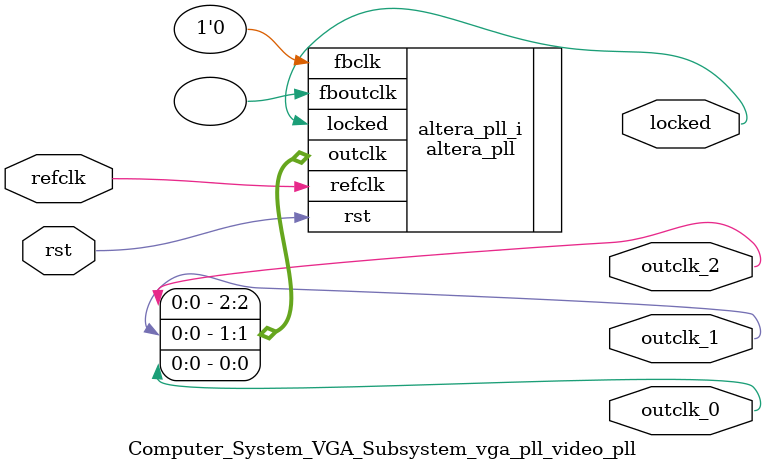
<source format=v>
`timescale 1ns/10ps
module  Computer_System_VGA_Subsystem_vga_pll_video_pll(

	// interface 'refclk'
	input wire refclk,

	// interface 'reset'
	input wire rst,

	// interface 'outclk0'
	output wire outclk_0,

	// interface 'outclk1'
	output wire outclk_1,

	// interface 'outclk2'
	output wire outclk_2,

	// interface 'locked'
	output wire locked
);

	altera_pll #(
		.fractional_vco_multiplier("false"),
		.reference_clock_frequency("50.0 MHz"),
		.operation_mode("direct"),
		.number_of_clocks(3),
		.output_clock_frequency0("25.000000 MHz"),
		.phase_shift0("0 ps"),
		.duty_cycle0(50),
		.output_clock_frequency1("65.000000 MHz"),
		.phase_shift1("0 ps"),
		.duty_cycle1(50),
		.output_clock_frequency2("33.333333 MHz"),
		.phase_shift2("0 ps"),
		.duty_cycle2(50),
		.output_clock_frequency3("0 MHz"),
		.phase_shift3("0 ps"),
		.duty_cycle3(50),
		.output_clock_frequency4("0 MHz"),
		.phase_shift4("0 ps"),
		.duty_cycle4(50),
		.output_clock_frequency5("0 MHz"),
		.phase_shift5("0 ps"),
		.duty_cycle5(50),
		.output_clock_frequency6("0 MHz"),
		.phase_shift6("0 ps"),
		.duty_cycle6(50),
		.output_clock_frequency7("0 MHz"),
		.phase_shift7("0 ps"),
		.duty_cycle7(50),
		.output_clock_frequency8("0 MHz"),
		.phase_shift8("0 ps"),
		.duty_cycle8(50),
		.output_clock_frequency9("0 MHz"),
		.phase_shift9("0 ps"),
		.duty_cycle9(50),
		.output_clock_frequency10("0 MHz"),
		.phase_shift10("0 ps"),
		.duty_cycle10(50),
		.output_clock_frequency11("0 MHz"),
		.phase_shift11("0 ps"),
		.duty_cycle11(50),
		.output_clock_frequency12("0 MHz"),
		.phase_shift12("0 ps"),
		.duty_cycle12(50),
		.output_clock_frequency13("0 MHz"),
		.phase_shift13("0 ps"),
		.duty_cycle13(50),
		.output_clock_frequency14("0 MHz"),
		.phase_shift14("0 ps"),
		.duty_cycle14(50),
		.output_clock_frequency15("0 MHz"),
		.phase_shift15("0 ps"),
		.duty_cycle15(50),
		.output_clock_frequency16("0 MHz"),
		.phase_shift16("0 ps"),
		.duty_cycle16(50),
		.output_clock_frequency17("0 MHz"),
		.phase_shift17("0 ps"),
		.duty_cycle17(50),
		.pll_type("General"),
		.pll_subtype("General")
	) altera_pll_i (
		.rst	(rst),
		.outclk	({outclk_2, outclk_1, outclk_0}),
		.locked	(locked),
		.fboutclk	( ),
		.fbclk	(1'b0),
		.refclk	(refclk)
	);
endmodule


</source>
